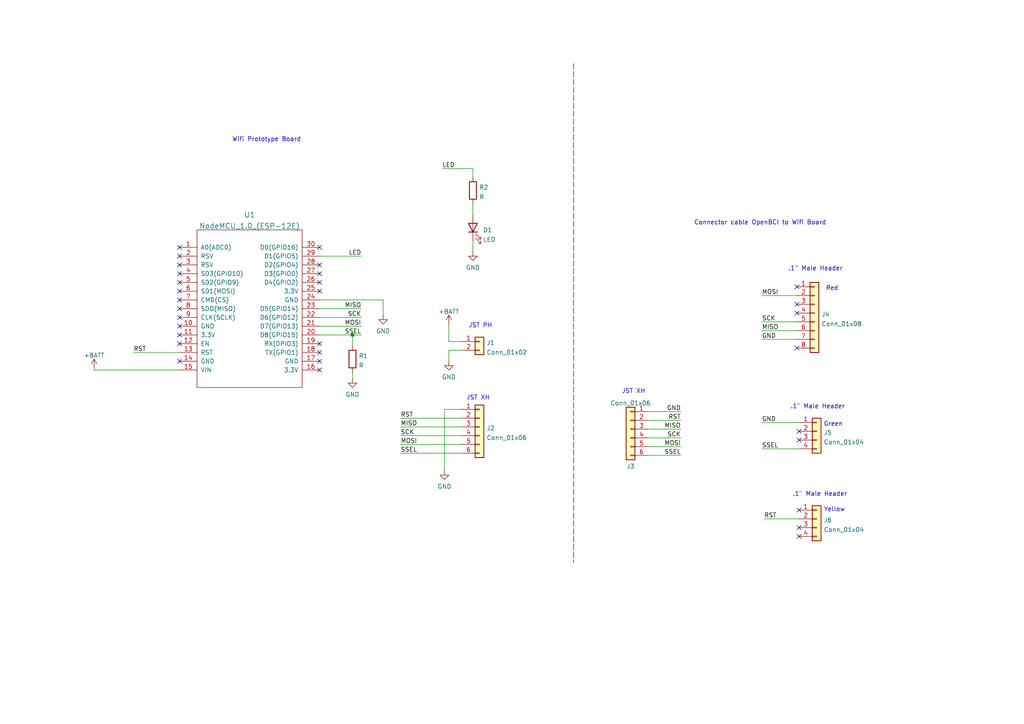
<source format=kicad_sch>
(kicad_sch (version 20211123) (generator eeschema)
  (paper "A4")
  (lib_symbols
    (symbol "Connector_Generic:Conn_01x02" (pin_names (offset 1.016) hide)
      (property "Reference" "J" (at 0 2.54 0))
      (property "Value" "Conn_01x02" (at 0 -5.08 0))
      (symbol "Conn_01x02_1_1"
        (rectangle (start -1.27 -2.413) (end 0 -2.667) (stroke (width 0.1524)))
        (rectangle (start -1.27 0.127) (end 0 -0.127) (stroke (width 0.1524)))
        (rectangle (start -1.27 1.27) (end 1.27 -3.81) (stroke (width 0.254)) (fill (type background)))
        (pin passive line (at -5.08 0 0) (length 3.81) (name "Pin_1") (number "1"))
        (pin passive line (at -5.08 -2.54 0) (length 3.81) (name "Pin_2") (number "2"))
      )
    )
    (symbol "Connector_Generic:Conn_01x04" (pin_names (offset 1.016) hide)
      (property "Reference" "J" (at 0 5.08 0))
      (property "Value" "Conn_01x04" (at 0 -7.62 0))
      (symbol "Conn_01x04_1_1"
        (rectangle (start -1.27 -4.953) (end 0 -5.207) (stroke (width 0.1524)))
        (rectangle (start -1.27 -2.413) (end 0 -2.667) (stroke (width 0.1524)))
        (rectangle (start -1.27 0.127) (end 0 -0.127) (stroke (width 0.1524)))
        (rectangle (start -1.27 2.667) (end 0 2.413) (stroke (width 0.1524)))
        (rectangle (start -1.27 3.81) (end 1.27 -6.35) (stroke (width 0.254)) (fill (type background)))
        (pin passive line (at -5.08 2.54 0) (length 3.81) (name "Pin_1") (number "1"))
        (pin passive line (at -5.08 0 0) (length 3.81) (name "Pin_2") (number "2"))
        (pin passive line (at -5.08 -2.54 0) (length 3.81) (name "Pin_3") (number "3"))
        (pin passive line (at -5.08 -5.08 0) (length 3.81) (name "Pin_4") (number "4"))
      )
    )
    (symbol "Connector_Generic:Conn_01x06" (pin_names (offset 1.016) hide)
      (property "Reference" "J" (at 0 7.62 0))
      (property "Value" "Conn_01x06" (at 0 -10.16 0))
      (symbol "Conn_01x06_1_1"
        (rectangle (start -1.27 -7.493) (end 0 -7.747) (stroke (width 0.1524)))
        (rectangle (start -1.27 -4.953) (end 0 -5.207) (stroke (width 0.1524)))
        (rectangle (start -1.27 -2.413) (end 0 -2.667) (stroke (width 0.1524)))
        (rectangle (start -1.27 0.127) (end 0 -0.127) (stroke (width 0.1524)))
        (rectangle (start -1.27 2.667) (end 0 2.413) (stroke (width 0.1524)))
        (rectangle (start -1.27 5.207) (end 0 4.953) (stroke (width 0.1524)))
        (rectangle (start -1.27 6.35) (end 1.27 -8.89) (stroke (width 0.254)) (fill (type background)))
        (pin passive line (at -5.08 5.08 0) (length 3.81) (name "Pin_1") (number "1"))
        (pin passive line (at -5.08 2.54 0) (length 3.81) (name "Pin_2") (number "2"))
        (pin passive line (at -5.08 0 0) (length 3.81) (name "Pin_3") (number "3"))
        (pin passive line (at -5.08 -2.54 0) (length 3.81) (name "Pin_4") (number "4"))
        (pin passive line (at -5.08 -5.08 0) (length 3.81) (name "Pin_5") (number "5"))
        (pin passive line (at -5.08 -7.62 0) (length 3.81) (name "Pin_6") (number "6"))
      )
    )
    (symbol "Connector_Generic:Conn_01x08" (pin_names (offset 1.016) hide)
      (property "Reference" "J" (at 0 10.16 0))
      (property "Value" "Conn_01x08" (at 0 -12.7 0))
      (symbol "Conn_01x08_1_1"
        (rectangle (start -1.27 -10.033) (end 0 -10.287) (stroke (width 0.1524)))
        (rectangle (start -1.27 -7.493) (end 0 -7.747) (stroke (width 0.1524)))
        (rectangle (start -1.27 -4.953) (end 0 -5.207) (stroke (width 0.1524)))
        (rectangle (start -1.27 -2.413) (end 0 -2.667) (stroke (width 0.1524)))
        (rectangle (start -1.27 0.127) (end 0 -0.127) (stroke (width 0.1524)))
        (rectangle (start -1.27 2.667) (end 0 2.413) (stroke (width 0.1524)))
        (rectangle (start -1.27 5.207) (end 0 4.953) (stroke (width 0.1524)))
        (rectangle (start -1.27 7.747) (end 0 7.493) (stroke (width 0.1524)))
        (rectangle (start -1.27 8.89) (end 1.27 -11.43) (stroke (width 0.254)) (fill (type background)))
        (pin passive line (at -5.08 7.62 0) (length 3.81) (name "Pin_1") (number "1"))
        (pin passive line (at -5.08 5.08 0) (length 3.81) (name "Pin_2") (number "2"))
        (pin passive line (at -5.08 2.54 0) (length 3.81) (name "Pin_3") (number "3"))
        (pin passive line (at -5.08 0 0) (length 3.81) (name "Pin_4") (number "4"))
        (pin passive line (at -5.08 -2.54 0) (length 3.81) (name "Pin_5") (number "5"))
        (pin passive line (at -5.08 -5.08 0) (length 3.81) (name "Pin_6") (number "6"))
        (pin passive line (at -5.08 -7.62 0) (length 3.81) (name "Pin_7") (number "7"))
        (pin passive line (at -5.08 -10.16 0) (length 3.81) (name "Pin_8") (number "8"))
      )
    )
    (symbol "Device:LED" (pin_numbers hide) (pin_names (offset 1.016) hide)
      (property "Reference" "D" (at 0 2.54 0))
      (property "Value" "LED" (at 0 -2.54 0))
      (symbol "LED_0_1"
        (polyline (pts (xy -1.27 -1.27) (xy -1.27 1.27)) (stroke (width 0.254)))
        (polyline (pts (xy -1.27 0) (xy 1.27 0)))
        (polyline (pts (xy 1.27 -1.27) (xy 1.27 1.27) (xy -1.27 0) (xy 1.27 -1.27)) (stroke (width 0.254)))
        (polyline (pts (xy -3.048 -0.762) (xy -4.572 -2.286) (xy -3.81 -2.286) (xy -4.572 -2.286) (xy -4.572 -1.524)))
        (polyline (pts (xy -1.778 -0.762) (xy -3.302 -2.286) (xy -2.54 -2.286) (xy -3.302 -2.286) (xy -3.302 -1.524)))
      )
      (symbol "LED_1_1"
        (pin passive line (at -3.81 0 0) (length 2.54) (name "K") (number "1"))
        (pin passive line (at 3.81 0 180) (length 2.54) (name "A") (number "2"))
      )
    )
    (symbol "Device:R" (pin_numbers hide) (pin_names (offset 0))
      (property "Reference" "R" (at 2.032 0 90))
      (property "Value" "R" (at 0 0 90))
      (symbol "R_0_1"
        (rectangle (start -1.016 -2.54) (end 1.016 2.54) (stroke (width 0.254)))
      )
      (symbol "R_1_1"
        (pin passive line (at 0 3.81 270) (length 1.27) (name "~") (number "1"))
        (pin passive line (at 0 -3.81 90) (length 1.27) (name "~") (number "2"))
      )
    )
    (symbol "ESP32:NodeMCU_1.0_(ESP-12E)" (pin_names (offset 1.016))
      (property "Reference" "U" (at 0 21.59 0))
      (property "Value" "NodeMCU_1.0_(ESP-12E)" (at 0 -21.59 0))
      (symbol "NodeMCU_1.0_(ESP-12E)_0_1"
        (rectangle (start -15.24 -22.86) (end 15.24 22.86))
      )
      (symbol "NodeMCU_1.0_(ESP-12E)_1_1"
        (pin input line (at -20.32 17.78 0) (length 5.08) (name "A0(ADC0)") (number "1"))
        (pin input line (at -20.32 -5.08 0) (length 5.08) (name "GND") (number "10"))
        (pin power_out line (at -20.32 -7.62 0) (length 5.08) (name "3.3V") (number "11"))
        (pin input line (at -20.32 -10.16 0) (length 5.08) (name "EN") (number "12"))
        (pin input line (at -20.32 -12.7 0) (length 5.08) (name "RST") (number "13"))
        (pin power_in line (at -20.32 -15.24 0) (length 5.08) (name "GND") (number "14"))
        (pin power_in line (at -20.32 -17.78 0) (length 5.08) (name "VIN") (number "15"))
        (pin power_out line (at 20.32 -17.78 180) (length 5.08) (name "3.3V") (number "16"))
        (pin power_in line (at 20.32 -15.24 180) (length 5.08) (name "GND") (number "17"))
        (pin bidirectional line (at 20.32 -12.7 180) (length 5.08) (name "TX(GPIO1)") (number "18"))
        (pin bidirectional line (at 20.32 -10.16 180) (length 5.08) (name "RX(DPIO3)") (number "19"))
        (pin input line (at -20.32 15.24 0) (length 5.08) (name "RSV") (number "2"))
        (pin bidirectional line (at 20.32 -7.62 180) (length 5.08) (name "D8(GPIO15)") (number "20"))
        (pin bidirectional line (at 20.32 -5.08 180) (length 5.08) (name "D7(GPIO13)") (number "21"))
        (pin bidirectional line (at 20.32 -2.54 180) (length 5.08) (name "D6(GPIO12)") (number "22"))
        (pin bidirectional line (at 20.32 0 180) (length 5.08) (name "D5(GPIO14)") (number "23"))
        (pin power_in line (at 20.32 2.54 180) (length 5.08) (name "GND") (number "24"))
        (pin power_out line (at 20.32 5.08 180) (length 5.08) (name "3.3V") (number "25"))
        (pin bidirectional line (at 20.32 7.62 180) (length 5.08) (name "D4(GPIO2)") (number "26"))
        (pin bidirectional line (at 20.32 10.16 180) (length 5.08) (name "D3(GPIO0)") (number "27"))
        (pin bidirectional line (at 20.32 12.7 180) (length 5.08) (name "D2(GPIO4)") (number "28"))
        (pin bidirectional line (at 20.32 15.24 180) (length 5.08) (name "D1(GPIO5)") (number "29"))
        (pin input line (at -20.32 12.7 0) (length 5.08) (name "RSV") (number "3"))
        (pin bidirectional line (at 20.32 17.78 180) (length 5.08) (name "D0(GPIO16)") (number "30"))
        (pin bidirectional line (at -20.32 10.16 0) (length 5.08) (name "SD3(GPIO10)") (number "4"))
        (pin bidirectional line (at -20.32 7.62 0) (length 5.08) (name "SD2(GPIO9)") (number "5"))
        (pin bidirectional line (at -20.32 5.08 0) (length 5.08) (name "SD1(MOSI)") (number "6"))
        (pin bidirectional line (at -20.32 2.54 0) (length 5.08) (name "CMD(CS)") (number "7"))
        (pin bidirectional line (at -20.32 0 0) (length 5.08) (name "SDO(MISO)") (number "8"))
        (pin bidirectional line (at -20.32 -2.54 0) (length 5.08) (name "CLK(SCLK)") (number "9"))
      )
    )
    (symbol "power:+BATT" (power) (pin_names (offset 0))
      (property "Value" "+BATT" (at 0 3.556 0))
      (symbol "+BATT_0_1"
        (polyline (pts (xy -0.762 1.27) (xy 0 2.54)))
        (polyline (pts (xy 0 0) (xy 0 2.54)))
        (polyline (pts (xy 0 2.54) (xy 0.762 1.27)))
      )
      (symbol "+BATT_1_1"
        (pin power_in line (at 0 0 90) (length 0) hide (name "+BATT") (number "1"))
      )
    )
    (symbol "power:GND" (power) (pin_names (offset 0))
      (property "Value" "GND" (at 0 -3.81 0))
      (symbol "GND_0_1"
        (polyline (pts (xy 0 0) (xy 0 -1.27) (xy 1.27 -1.27) (xy 0 -2.54) (xy -1.27 -1.27) (xy 0 -1.27)))
      )
      (symbol "GND_1_1"
        (pin power_in line (at 0 0 270) (length 0) hide (name "GND") (number "1"))
      )
    )
  )
  (junction (at 102.235 97.155))
  (no_connect (at 52.07 71.755))
  (no_connect (at 52.07 74.295))
  (no_connect (at 52.07 76.835))
  (no_connect (at 52.07 79.375))
  (no_connect (at 52.07 94.615))
  (no_connect (at 52.07 97.155))
  (no_connect (at 52.07 99.695))
  (no_connect (at 52.07 104.775))
  (no_connect (at 52.07 81.915))
  (no_connect (at 52.07 84.455))
  (no_connect (at 52.07 86.995))
  (no_connect (at 52.07 89.535))
  (no_connect (at 52.07 92.075))
  (no_connect (at 92.71 71.755))
  (no_connect (at 92.71 76.835))
  (no_connect (at 92.71 79.375))
  (no_connect (at 92.71 81.915))
  (no_connect (at 92.71 84.455))
  (no_connect (at 92.71 107.315))
  (no_connect (at 92.71 99.695))
  (no_connect (at 92.71 102.235))
  (no_connect (at 92.71 104.775))
  (no_connect (at 231.775 147.955))
  (no_connect (at 231.775 153.035))
  (no_connect (at 231.775 155.575))
  (no_connect (at 231.14 100.965))
  (no_connect (at 231.14 83.185))
  (no_connect (at 231.14 88.265))
  (no_connect (at 231.14 90.805))
  (no_connect (at 231.775 125.095))
  (no_connect (at 231.775 127.635))
  (wire (pts (xy 92.71 89.535) (xy 104.775 89.535)))
  (wire (pts (xy 187.96 132.08) (xy 197.485 132.08)))
  (wire (pts (xy 221.615 150.495) (xy 231.775 150.495)))
  (wire (pts (xy 128.27 48.895) (xy 137.16 48.895)))
  (wire (pts (xy 137.16 59.055) (xy 137.16 62.23)))
  (wire (pts (xy 111.125 86.995) (xy 111.125 91.44)))
  (wire (pts (xy 92.71 92.075) (xy 104.775 92.075)))
  (wire (pts (xy 102.235 97.155) (xy 104.775 97.155)))
  (wire (pts (xy 92.71 94.615) (xy 104.775 94.615)))
  (wire (pts (xy 128.905 118.745) (xy 128.905 136.525)))
  (polyline (pts (xy 166.37 18.415) (xy 166.37 163.195)))
  (wire (pts (xy 102.235 107.95) (xy 102.235 109.855)))
  (wire (pts (xy 220.98 95.885) (xy 231.14 95.885)))
  (wire (pts (xy 130.175 99.06) (xy 130.175 93.98)))
  (wire (pts (xy 92.71 86.995) (xy 111.125 86.995)))
  (wire (pts (xy 220.98 85.725) (xy 231.14 85.725)))
  (wire (pts (xy 130.175 101.6) (xy 130.175 104.775)))
  (wire (pts (xy 187.96 124.46) (xy 197.485 124.46)))
  (wire (pts (xy 133.985 121.285) (xy 116.205 121.285)))
  (wire (pts (xy 187.96 119.38) (xy 197.485 119.38)))
  (wire (pts (xy 187.96 127) (xy 197.485 127)))
  (wire (pts (xy 27.305 107.315) (xy 27.305 106.68)))
  (wire (pts (xy 92.71 97.155) (xy 102.235 97.155)))
  (wire (pts (xy 137.16 51.435) (xy 137.16 48.895)))
  (wire (pts (xy 102.235 97.155) (xy 102.235 100.33)))
  (wire (pts (xy 116.205 131.445) (xy 133.985 131.445)))
  (wire (pts (xy 116.205 128.905) (xy 133.985 128.905)))
  (wire (pts (xy 116.205 123.825) (xy 133.985 123.825)))
  (wire (pts (xy 52.07 102.235) (xy 38.735 102.235)))
  (wire (pts (xy 133.985 101.6) (xy 130.175 101.6)))
  (wire (pts (xy 116.205 126.365) (xy 133.985 126.365)))
  (wire (pts (xy 220.98 93.345) (xy 231.14 93.345)))
  (wire (pts (xy 220.98 98.425) (xy 231.14 98.425)))
  (wire (pts (xy 92.71 74.295) (xy 104.775 74.295)))
  (wire (pts (xy 52.07 107.315) (xy 27.305 107.315)))
  (wire (pts (xy 187.96 121.92) (xy 197.485 121.92)))
  (wire (pts (xy 187.96 129.54) (xy 197.485 129.54)))
  (wire (pts (xy 220.98 130.175) (xy 231.775 130.175)))
  (wire (pts (xy 133.985 118.745) (xy 128.905 118.745)))
  (wire (pts (xy 220.98 122.555) (xy 231.775 122.555)))
  (wire (pts (xy 133.985 99.06) (xy 130.175 99.06)))
  (wire (pts (xy 137.16 69.85) (xy 137.16 73.025)))
  (text ".1\" Male Header" (at 229.235 118.745 0) (effects (font (size 1.27 1.27)) (justify left bottom)))
  (text "Green" (at 244.475 123.825 180) (effects (font (size 1.27 1.27)) (justify right bottom)))
  (text ".1\" Male Header" (at 229.87 144.145 0) (effects (font (size 1.27 1.27)) (justify left bottom)))
  (text "JST PH" (at 135.89 95.25 0) (effects (font (size 1.27 1.27)) (justify left bottom)))
  (text ".1\" Male Header" (at 228.6 78.74 0) (effects (font (size 1.27 1.27)) (justify left bottom)))
  (text "Red" (at 243.205 84.455 180) (effects (font (size 1.27 1.27)) (justify right bottom)))
  (text "JST XH" (at 180.34 114.3 0) (effects (font (size 1.27 1.27)) (justify left bottom)))
  (text "Connector cable OpenBCI to Wifi Board" (at 201.295 65.405 0) (effects (font (size 1.27 1.27)) (justify left bottom)))
  (text "JST XH" (at 135.255 116.205 0) (effects (font (size 1.27 1.27)) (justify left bottom)))
  (text "Yellow" (at 245.11 148.59 180) (effects (font (size 1.27 1.27)) (justify right bottom)))
  (text "Wifi Prototype Board" (at 67.31 41.275 0) (effects (font (size 1.27 1.27)) (justify left bottom)))
  (label "SCK" (at 220.98 93.345 0))
  (label "RST" (at 38.735 102.235 0))
  (label "RST" (at 116.205 121.285 0))
  (label "MISO" (at 220.98 95.885 0))
  (label "GND" (at 220.98 98.425 0))
  (label "SSEL" (at 220.98 130.175 0))
  (label "LED" (at 104.775 74.295 180))
  (label "GND" (at 197.485 119.38 180))
  (label "RST" (at 221.615 150.495 0))
  (label "LED" (at 128.27 48.895 0))
  (label "SSEL" (at 104.775 97.155 180))
  (label "SSEL" (at 197.485 132.08 180))
  (label "SCK" (at 104.775 92.075 180))
  (label "MOSI" (at 104.775 94.615 180))
  (label "SCK" (at 197.485 127 180))
  (label "MOSI" (at 220.98 85.725 0))
  (label "SSEL" (at 116.205 131.445 0))
  (label "RST" (at 197.485 121.92 180))
  (label "MOSI" (at 116.205 128.905 0))
  (label "MISO" (at 197.485 124.46 180))
  (label "MOSI" (at 197.485 129.54 180))
  (label "GND" (at 220.98 122.555 0))
  (label "MISO" (at 116.205 123.825 0))
  (label "SCK" (at 116.205 126.365 0))
  (label "MISO" (at 104.775 89.535 180))
  (symbol (lib_id "Device:LED") (at 137.16 66.04 90) (unit 1)
    (property "Reference" "D1" (at 140.081 66.719 90) (effects (justify right)))
    (property "Value" "LED" (at 140.081 69.4941 90) (effects (justify right)))
  )
  (symbol (lib_id "ESP32:NodeMCU_1.0_(ESP-12E)") (at 72.39 89.535 0) (unit 1)
    (property "Reference" "U1" (at 72.39 62.2711 0) (effects (font (size 1.524 1.524))))
    (property "Value" "NodeMCU_1.0_(ESP-12E)" (at 72.39 65.5501 0) (effects (font (size 1.524 1.524))))
  )
  (symbol (lib_id "Connector_Generic:Conn_01x04") (at 236.855 150.495 0) (unit 1)
    (property "Reference" "J6" (at 238.887 150.8565 0) (effects (justify left)))
    (property "Value" "Conn_01x04" (at 238.887 153.6316 0) (effects (justify left)))
  )
  (symbol (lib_id "power:GND") (at 128.905 136.525 0) (unit 1)
    (property "Reference" "#PWR04" (effects hide))
    (property "Value" "GND" (at 128.905 141.0875 0))
  )
  (symbol (lib_id "Connector_Generic:Conn_01x06") (at 182.88 124.46 0) (mirror y) (unit 1)
    (property "Reference" "J3" (at 182.88 135.255 0))
    (property "Value" "Conn_01x06" (at 182.88 116.9186 0))
  )
  (symbol (lib_id "power:GND") (at 137.16 73.025 0) (unit 1)
    (property "Reference" "#PWR07" (effects hide))
    (property "Value" "GND" (at 137.16 77.5875 0))
  )
  (symbol (lib_id "Connector_Generic:Conn_01x08") (at 236.22 90.805 0) (unit 1)
    (property "Reference" "J4" (at 238.252 91.1665 0) (effects (justify left)))
    (property "Value" "Conn_01x08" (at 238.252 93.9416 0) (effects (justify left)))
  )
  (symbol (lib_id "Connector_Generic:Conn_01x04") (at 236.855 125.095 0) (unit 1)
    (property "Reference" "J5" (at 238.887 125.4565 0) (effects (justify left)))
    (property "Value" "Conn_01x04" (at 238.887 128.2316 0) (effects (justify left)))
  )
  (symbol (lib_id "Device:R") (at 102.235 104.14 0) (unit 1)
    (property "Reference" "R1" (at 104.013 103.2315 0) (effects (justify left)))
    (property "Value" "R" (at 104.013 106.0066 0) (effects (justify left)))
  )
  (symbol (lib_id "power:+BATT") (at 130.175 93.98 0) (unit 1)
    (property "Reference" "#PWR05" (effects hide))
    (property "Value" "+BATT" (at 130.175 90.3755 0))
  )
  (symbol (lib_id "power:GND") (at 111.125 91.44 0) (unit 1)
    (property "Reference" "#PWR03" (effects hide))
    (property "Value" "GND" (at 111.125 96.0025 0))
  )
  (symbol (lib_id "power:GND") (at 102.235 109.855 0) (unit 1)
    (property "Reference" "#PWR02" (effects hide))
    (property "Value" "GND" (at 102.235 114.4175 0))
  )
  (symbol (lib_id "Device:R") (at 137.16 55.245 0) (unit 1)
    (property "Reference" "R2" (at 138.938 54.3365 0) (effects (justify left)))
    (property "Value" "R" (at 138.938 57.1116 0) (effects (justify left)))
  )
  (symbol (lib_id "Connector_Generic:Conn_01x06") (at 139.065 123.825 0) (unit 1)
    (property "Reference" "J2" (at 141.097 124.1865 0) (effects (justify left)))
    (property "Value" "Conn_01x06" (at 141.097 126.9616 0) (effects (justify left)))
  )
  (symbol (lib_id "power:GND") (at 130.175 104.775 0) (unit 1)
    (property "Reference" "#PWR06" (effects hide))
    (property "Value" "GND" (at 130.175 109.3375 0))
  )
  (symbol (lib_id "Connector_Generic:Conn_01x02") (at 139.065 99.06 0) (unit 1)
    (property "Reference" "J1" (at 141.097 99.4215 0) (effects (justify left)))
    (property "Value" "Conn_01x02" (at 141.097 102.1966 0) (effects (justify left)))
  )
  (symbol (lib_id "power:+BATT") (at 27.305 106.68 0) (unit 1)
    (property "Reference" "#PWR01" (effects hide))
    (property "Value" "+BATT" (at 27.305 103.0755 0))
  )
)
</source>
